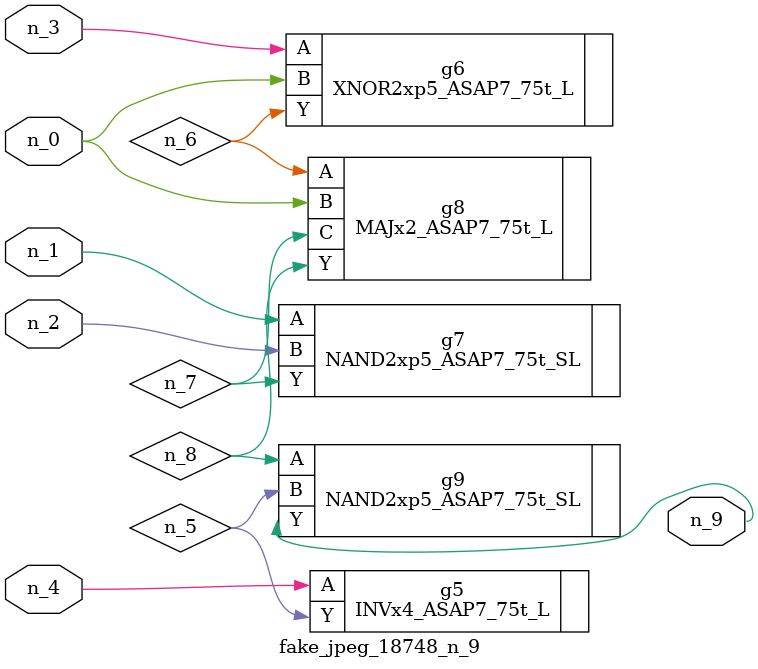
<source format=v>
module fake_jpeg_18748_n_9 (n_3, n_2, n_1, n_0, n_4, n_9);

input n_3;
input n_2;
input n_1;
input n_0;
input n_4;

output n_9;

wire n_8;
wire n_6;
wire n_5;
wire n_7;

INVx4_ASAP7_75t_L g5 ( 
.A(n_4),
.Y(n_5)
);

XNOR2xp5_ASAP7_75t_L g6 ( 
.A(n_3),
.B(n_0),
.Y(n_6)
);

NAND2xp5_ASAP7_75t_SL g7 ( 
.A(n_1),
.B(n_2),
.Y(n_7)
);

MAJx2_ASAP7_75t_L g8 ( 
.A(n_6),
.B(n_0),
.C(n_7),
.Y(n_8)
);

NAND2xp5_ASAP7_75t_SL g9 ( 
.A(n_8),
.B(n_5),
.Y(n_9)
);


endmodule
</source>
